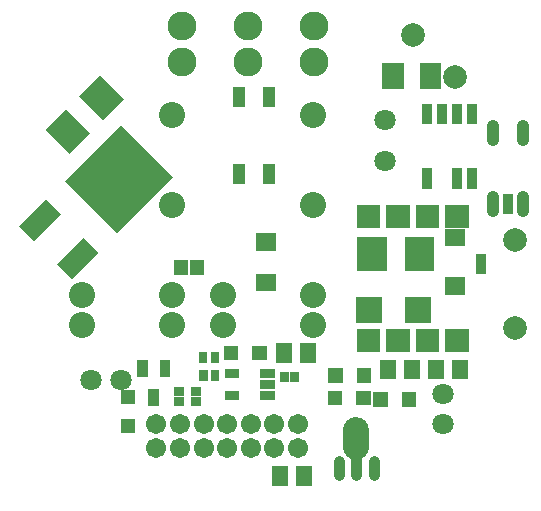
<source format=gbs>
G04 Layer: BottomSolderMaskLayer*
G04 EasyEDA v6.3.22, 2020-02-05T09:45:25+02:00*
G04 0beb7f22875c416991f5e4e823d3f9f6,afbe6106ea7c444a8181c1b12ab228e2,10*
G04 Gerber Generator version 0.2*
G04 Scale: 100 percent, Rotated: No, Reflected: No *
G04 Dimensions in inches *
G04 leading zeros omitted , absolute positions ,2 integer and 4 decimal *
%FSLAX24Y24*%
%MOIN*%
G90*
G70D02*

%ADD63C,0.078866*%
%ADD64C,0.096583*%
%ADD65C,0.070992*%
%ADD69C,0.086740*%
%ADD73C,0.067055*%
%ADD74C,0.035559*%
%ADD75C,0.039496*%
%ADD83R,0.040000X0.067055*%

%LPD*%
G54D69*
G01X11386Y2198D02*
G01X11386Y2788D01*
G54D74*
G01X11386Y1272D02*
G01X11386Y1824D01*
G01X10795Y1273D02*
G01X10795Y1745D01*
G01X11977Y1273D02*
G01X11977Y1745D01*
G54D75*
G01X16936Y10076D02*
G01X16936Y10548D01*
G01X15936Y10076D02*
G01X15936Y10548D01*
G01X15936Y12438D02*
G01X15936Y12910D01*
G01X16936Y12438D02*
G01X16936Y12910D01*
G36*
G01X13011Y8068D02*
G01X13011Y9219D01*
G01X13993Y9219D01*
G01X13993Y8068D01*
G01X13011Y8068D01*
G37*
G36*
G01X11417Y8068D02*
G01X11417Y9219D01*
G01X12399Y9219D01*
G01X12399Y8068D01*
G01X11417Y8068D01*
G37*
G36*
G01X14352Y5375D02*
G01X14352Y6155D01*
G01X15132Y6155D01*
G01X15132Y5375D01*
G01X14352Y5375D01*
G37*
G36*
G01X13368Y5375D02*
G01X13368Y6155D01*
G01X14148Y6155D01*
G01X14148Y5375D01*
G01X13368Y5375D01*
G37*
G36*
G01X12383Y5375D02*
G01X12383Y6155D01*
G01X13163Y6155D01*
G01X13163Y5375D01*
G01X12383Y5375D01*
G37*
G36*
G01X11399Y5375D02*
G01X11399Y6155D01*
G01X12179Y6155D01*
G01X12179Y5375D01*
G01X11399Y5375D01*
G37*
G36*
G01X11399Y9509D02*
G01X11399Y10289D01*
G01X12179Y10289D01*
G01X12179Y9509D01*
G01X11399Y9509D01*
G37*
G36*
G01X12383Y9509D02*
G01X12383Y10289D01*
G01X13163Y10289D01*
G01X13163Y9509D01*
G01X12383Y9509D01*
G37*
G36*
G01X13368Y9509D02*
G01X13368Y10289D01*
G01X14148Y10289D01*
G01X14148Y9509D01*
G01X13368Y9509D01*
G37*
G36*
G01X14352Y9509D02*
G01X14352Y10289D01*
G01X15132Y10289D01*
G01X15132Y9509D01*
G01X14352Y9509D01*
G37*
G54D63*
G01X14693Y14536D03*
G01X13279Y15950D03*
G54D64*
G01X7786Y16233D03*
G01X7786Y15052D03*
G01X9986Y16233D03*
G01X9986Y15052D03*
G54D65*
G01X14286Y3993D03*
G01X14286Y2993D03*
G01X2536Y4443D03*
G01X3536Y4443D03*
G54D64*
G01X5586Y16233D03*
G01X5586Y15052D03*
G54D65*
G01X12336Y13121D03*
G01X12336Y11743D03*
G54D63*
G01X16686Y6167D03*
G01X16686Y9119D03*
G54D69*
G01X5242Y6293D03*
G01X5242Y7293D03*
G01X5242Y13293D03*
G01X5242Y10293D03*
G01X2242Y7293D03*
G01X2242Y6293D03*
G01X9942Y6293D03*
G01X9942Y7293D03*
G01X9942Y13293D03*
G01X9942Y10293D03*
G01X6942Y7293D03*
G01X6942Y6293D03*
G36*
G01X8568Y917D02*
G01X8568Y1568D01*
G01X9104Y1568D01*
G01X9104Y917D01*
G01X8568Y917D01*
G37*
G36*
G01X9368Y917D02*
G01X9368Y1568D01*
G01X9904Y1568D01*
G01X9904Y917D01*
G01X9368Y917D01*
G37*
G54D73*
G01X9448Y2972D03*
G01X9448Y2184D03*
G01X8660Y2972D03*
G01X8660Y2184D03*
G01X7873Y2972D03*
G01X7873Y2184D03*
G01X7086Y2972D03*
G01X7086Y2184D03*
G01X6298Y2972D03*
G01X6298Y2184D03*
G01X5511Y2972D03*
G01X5511Y2184D03*
G01X4723Y2972D03*
G01X4723Y2184D03*
G36*
G01X7009Y4519D02*
G01X7009Y4815D01*
G01X7482Y4815D01*
G01X7482Y4519D01*
G01X7009Y4519D01*
G37*
G36*
G01X7009Y3771D02*
G01X7009Y4067D01*
G01X7482Y4067D01*
G01X7482Y3771D01*
G01X7009Y3771D01*
G37*
G36*
G01X8190Y3771D02*
G01X8190Y4067D01*
G01X8663Y4067D01*
G01X8663Y3771D01*
G01X8190Y3771D01*
G37*
G36*
G01X8190Y4145D02*
G01X8190Y4441D01*
G01X8663Y4441D01*
G01X8663Y4145D01*
G01X8190Y4145D01*
G37*
G36*
G01X8190Y4519D02*
G01X8190Y4815D01*
G01X8663Y4815D01*
G01X8663Y4519D01*
G01X8190Y4519D01*
G37*
G36*
G01X8844Y4375D02*
G01X8844Y4711D01*
G01X9160Y4711D01*
G01X9160Y4375D01*
G01X8844Y4375D01*
G37*
G36*
G01X9178Y4375D02*
G01X9178Y4711D01*
G01X9494Y4711D01*
G01X9494Y4375D01*
G01X9178Y4375D01*
G37*
G36*
G01X5318Y3568D02*
G01X5318Y3884D01*
G01X5654Y3884D01*
G01X5654Y3568D01*
G01X5318Y3568D01*
G37*
G36*
G01X5318Y3902D02*
G01X5318Y4218D01*
G01X5654Y4218D01*
G01X5654Y3902D01*
G01X5318Y3902D01*
G37*
G36*
G01X5868Y3568D02*
G01X5868Y3884D01*
G01X6204Y3884D01*
G01X6204Y3568D01*
G01X5868Y3568D01*
G37*
G36*
G01X5868Y3902D02*
G01X5868Y4218D01*
G01X6204Y4218D01*
G01X6204Y3902D01*
G01X5868Y3902D01*
G37*
G36*
G01X15368Y7985D02*
G01X15368Y8301D01*
G01X15704Y8301D01*
G01X15704Y7985D01*
G01X15368Y7985D01*
G37*
G36*
G01X15368Y8319D02*
G01X15368Y8635D01*
G01X15704Y8635D01*
G01X15704Y8319D01*
G01X15368Y8319D01*
G37*
G36*
G01X16268Y9985D02*
G01X16268Y10301D01*
G01X16604Y10301D01*
G01X16604Y9985D01*
G01X16268Y9985D01*
G37*
G36*
G01X16268Y10319D02*
G01X16268Y10635D01*
G01X16604Y10635D01*
G01X16604Y10319D01*
G01X16268Y10319D01*
G37*
G36*
G01X6541Y4996D02*
G01X6541Y5390D01*
G01X6818Y5390D01*
G01X6818Y4996D01*
G01X6541Y4996D01*
G37*
G36*
G01X6148Y4996D02*
G01X6148Y5390D01*
G01X6424Y5390D01*
G01X6424Y4996D01*
G01X6148Y4996D01*
G37*
G36*
G01X6544Y4396D02*
G01X6544Y4790D01*
G01X6821Y4790D01*
G01X6821Y4396D01*
G01X6544Y4396D01*
G37*
G36*
G01X6151Y4396D02*
G01X6151Y4790D01*
G01X6428Y4790D01*
G01X6428Y4396D01*
G01X6151Y4396D01*
G37*
G36*
G01X12899Y3556D02*
G01X12899Y4030D01*
G01X13373Y4030D01*
G01X13373Y3556D01*
G01X12899Y3556D01*
G37*
G36*
G01X11954Y3556D02*
G01X11954Y4030D01*
G01X12428Y4030D01*
G01X12428Y3556D01*
G01X11954Y3556D01*
G37*
G36*
G01X11399Y4356D02*
G01X11399Y4830D01*
G01X11873Y4830D01*
G01X11873Y4356D01*
G01X11399Y4356D01*
G37*
G36*
G01X10454Y4356D02*
G01X10454Y4830D01*
G01X10928Y4830D01*
G01X10928Y4356D01*
G01X10454Y4356D01*
G37*
G36*
G01X10449Y3606D02*
G01X10449Y4080D01*
G01X10923Y4080D01*
G01X10923Y3606D01*
G01X10449Y3606D01*
G37*
G36*
G01X11394Y3606D02*
G01X11394Y4080D01*
G01X11868Y4080D01*
G01X11868Y3606D01*
G01X11394Y3606D01*
G37*
G36*
G01X7922Y5106D02*
G01X7922Y5580D01*
G01X8395Y5580D01*
G01X8395Y5106D01*
G01X7922Y5106D01*
G37*
G36*
G01X6977Y5106D02*
G01X6977Y5580D01*
G01X7450Y5580D01*
G01X7450Y5106D01*
G01X6977Y5106D01*
G37*
G36*
G01X3549Y3629D02*
G01X3549Y4102D01*
G01X4023Y4102D01*
G01X4023Y3629D01*
G01X3549Y3629D01*
G37*
G36*
G01X3549Y2684D02*
G01X3549Y3157D01*
G01X4023Y3157D01*
G01X4023Y2684D01*
G01X3549Y2684D01*
G37*
G36*
G01X14356Y8913D02*
G01X14356Y9493D01*
G01X15016Y9493D01*
G01X15016Y8913D01*
G01X14356Y8913D01*
G37*
G36*
G01X14356Y7293D02*
G01X14356Y7873D01*
G01X15016Y7873D01*
G01X15016Y7293D01*
G01X14356Y7293D01*
G37*
G36*
G01X2960Y13103D02*
G01X2146Y13917D01*
G01X2840Y14611D01*
G01X3654Y13797D01*
G01X2960Y13103D01*
G37*
G36*
G01X1832Y11975D02*
G01X1018Y12789D01*
G01X1712Y13483D01*
G01X2526Y12669D01*
G01X1832Y11975D01*
G37*
G36*
G01X8051Y8736D02*
G01X8051Y9328D01*
G01X8721Y9328D01*
G01X8721Y8736D01*
G01X8051Y8736D01*
G37*
G36*
G01X8051Y7397D02*
G01X8051Y7989D01*
G01X8721Y7989D01*
G01X8721Y7397D01*
G01X8051Y7397D01*
G37*
G36*
G01X7278Y13557D02*
G01X7278Y14227D01*
G01X7678Y14227D01*
G01X7678Y13557D01*
G01X7278Y13557D01*
G37*
G36*
G01X8294Y13557D02*
G01X8294Y14227D01*
G01X8694Y14227D01*
G01X8694Y13557D01*
G01X8294Y13557D01*
G37*
G54D83*
G01X8494Y11294D03*
G01X7478Y11294D03*
G36*
G01X13012Y6359D02*
G01X13012Y7227D01*
G01X13880Y7227D01*
G01X13880Y6359D01*
G01X13012Y6359D01*
G37*
G36*
G01X11392Y6359D02*
G01X11392Y7227D01*
G01X12260Y7227D01*
G01X12260Y6359D01*
G01X11392Y6359D01*
G37*
G36*
G01X4458Y3565D02*
G01X4458Y4137D01*
G01X4814Y4137D01*
G01X4814Y3565D01*
G01X4458Y3565D01*
G37*
G36*
G01X4832Y4549D02*
G01X4832Y5121D01*
G01X5188Y5121D01*
G01X5188Y4549D01*
G01X4832Y4549D01*
G37*
G36*
G01X4084Y4549D02*
G01X4084Y5121D01*
G01X4440Y5121D01*
G01X4440Y4549D01*
G01X4084Y4549D01*
G37*
G36*
G01X643Y9070D02*
G01X141Y9572D01*
G01X1033Y10464D01*
G01X1535Y9962D01*
G01X643Y9070D01*
G37*
G36*
G01X1913Y7796D02*
G01X1411Y8298D01*
G01X2303Y9190D01*
G01X2805Y8688D01*
G01X1913Y7796D01*
G37*
G36*
G01X3416Y9347D02*
G01X1690Y11073D01*
G01X3556Y12939D01*
G01X5282Y11213D01*
G01X3416Y9347D01*
G37*
G36*
G01X15068Y10827D02*
G01X15068Y11517D01*
G01X15404Y11517D01*
G01X15404Y10827D01*
G01X15068Y10827D01*
G37*
G36*
G01X14568Y10827D02*
G01X14568Y11517D01*
G01X14904Y11517D01*
G01X14904Y10827D01*
G01X14568Y10827D01*
G37*
G36*
G01X13568Y10827D02*
G01X13568Y11517D01*
G01X13904Y11517D01*
G01X13904Y10827D01*
G01X13568Y10827D01*
G37*
G36*
G01X13568Y12969D02*
G01X13568Y13659D01*
G01X13904Y13659D01*
G01X13904Y12969D01*
G01X13568Y12969D01*
G37*
G36*
G01X14068Y12969D02*
G01X14068Y13659D01*
G01X14404Y13659D01*
G01X14404Y12969D01*
G01X14068Y12969D01*
G37*
G36*
G01X14568Y12969D02*
G01X14568Y13659D01*
G01X14904Y13659D01*
G01X14904Y12969D01*
G01X14568Y12969D01*
G37*
G36*
G01X15068Y12969D02*
G01X15068Y13659D01*
G01X15404Y13659D01*
G01X15404Y12969D01*
G01X15068Y12969D01*
G37*
G36*
G01X9518Y5018D02*
G01X9518Y5668D01*
G01X10054Y5668D01*
G01X10054Y5018D01*
G01X9518Y5018D01*
G37*
G36*
G01X8718Y5018D02*
G01X8718Y5668D01*
G01X9254Y5668D01*
G01X9254Y5018D01*
G01X8718Y5018D01*
G37*
G36*
G01X12168Y4468D02*
G01X12168Y5118D01*
G01X12704Y5118D01*
G01X12704Y4468D01*
G01X12168Y4468D01*
G37*
G36*
G01X12968Y4468D02*
G01X12968Y5118D01*
G01X13504Y5118D01*
G01X13504Y4468D01*
G01X12968Y4468D01*
G37*
G36*
G01X13768Y4468D02*
G01X13768Y5118D01*
G01X14304Y5118D01*
G01X14304Y4468D01*
G01X13768Y4468D01*
G37*
G36*
G01X14568Y4468D02*
G01X14568Y5118D01*
G01X15104Y5118D01*
G01X15104Y4468D01*
G01X14568Y4468D01*
G37*
G36*
G01X5849Y7936D02*
G01X5849Y8450D01*
G01X6323Y8450D01*
G01X6323Y7936D01*
G01X5849Y7936D01*
G37*
G36*
G01X5298Y7936D02*
G01X5298Y8450D01*
G01X5772Y8450D01*
G01X5772Y7936D01*
G01X5298Y7936D01*
G37*
G36*
G01X13511Y14159D02*
G01X13511Y15027D01*
G01X14221Y15027D01*
G01X14221Y14159D01*
G01X13511Y14159D01*
G37*
G36*
G01X12251Y14159D02*
G01X12251Y15027D01*
G01X12961Y15027D01*
G01X12961Y14159D01*
G01X12251Y14159D01*
G37*
M00*
M02*

</source>
